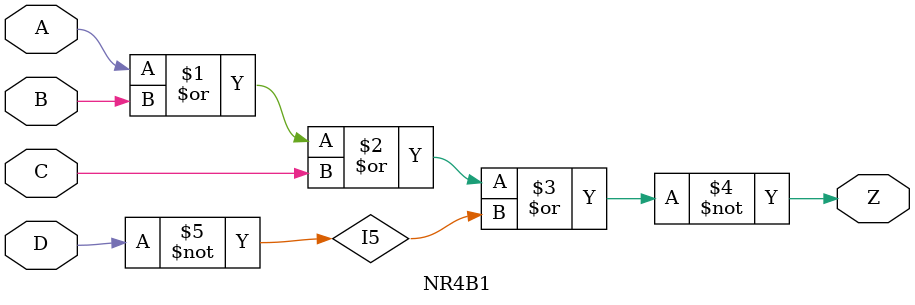
<source format=v>
`resetall
`timescale 1 ns / 100 ps

/* Created by DB2VERILOG Version 1.0.1.1 on Sat May 14 11:10:11 1994 */
/* module compiled from "lsl2db 3.6.4" run */


`celldefine
module  NR4B1   (A, B, C, D, Z);
input  A, B, C, D;
output Z;
nor INST2 (Z, A, B, C, I5);
not INST4 (I5, D);

endmodule 
`endcelldefine

</source>
